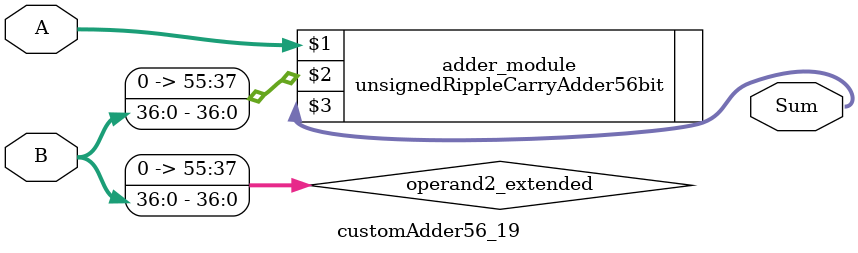
<source format=v>
module customAdder56_19(
                        input [55 : 0] A,
                        input [36 : 0] B,
                        
                        output [56 : 0] Sum
                );

        wire [55 : 0] operand2_extended;
        
        assign operand2_extended =  {19'b0, B};
        
        unsignedRippleCarryAdder56bit adder_module(
            A,
            operand2_extended,
            Sum
        );
        
        endmodule
        
</source>
